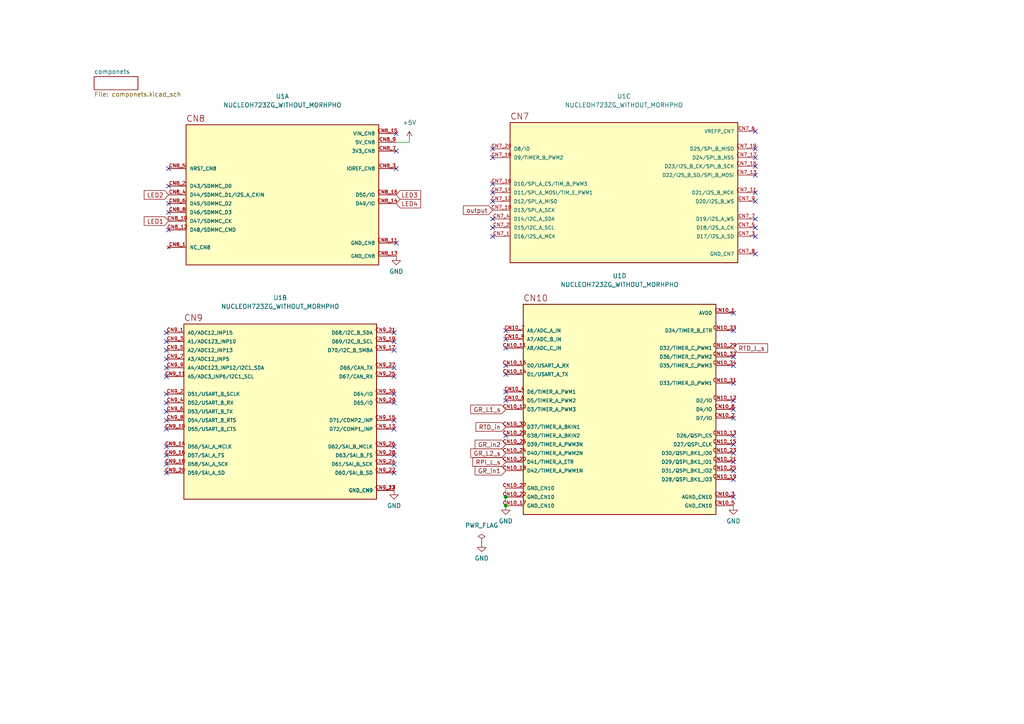
<source format=kicad_sch>
(kicad_sch (version 20230121) (generator eeschema)
  (paper "A4")
  (title_block (title "frontbox nucleo ex") (date "2023-08-13") (rev "1") (company "NTURacing") (comment 1 "legacy from easyEDA"))
  (lib_symbols
    (symbol "nturt_kicad_lib:NUCLEOH723ZG_WITHOUT_MORHPHO" (pin_names (offset 1.016))
      (property "Reference" "U" (at -8.89 36.83 0))
      (property "Value" "NUCLEOH723ZG_WITHOUT_MORHPHO" (at -15.24 -29.21 0))
      (symbol "NUCLEOH723ZG_WITHOUT_MORHPHO_1_0"
        (unit_name "CN8")
        (rectangle (start -27.94 -20.32) (end 27.94 20.32) (stroke (width 0.254)) (fill (type background)))
        (text "CN8" (at -27.94 21.082 0) (effects (font (size 1.778 1.778)) (justify left bottom)))
        (pin no_connect line (at -33.02 -15.24 0) (length 5.08) (name "NC_CN8") (number "CN8_1"))
        (pin bidirectional line (at -33.02 -7.62 0) (length 5.08) (name "D47/SDMMC_CK") (number "CN8_10"))
        (pin power_in line (at 33.02 -13.97 180) (length 5.08) (name "GND_CN8") (number "CN8_11"))
        (pin bidirectional line (at -33.02 -10.16 0) (length 5.08) (name "D48/SDMMC_CMD") (number "CN8_12"))
        (pin power_in line (at 33.02 -17.78 180) (length 5.08) (name "GND_CN8") (number "CN8_13"))
        (pin bidirectional line (at 33.02 -2.54 180) (length 5.08) (name "D49/IO") (number "CN8_14"))
        (pin power_in line (at 33.02 17.78 180) (length 5.08) (name "VIN_CN8") (number "CN8_15"))
        (pin bidirectional line (at 33.02 0 180) (length 5.08) (name "D50/IO") (number "CN8_16"))
        (pin bidirectional line (at -33.02 2.54 0) (length 5.08) (name "D43/SDMMC_D0") (number "CN8_2"))
        (pin bidirectional line (at 33.02 7.62 180) (length 5.08) (name "IOREF_CN8") (number "CN8_3"))
        (pin bidirectional line (at -33.02 0 0) (length 5.08) (name "D44/SDMMC_D1/I2S_A_CKIN") (number "CN8_4"))
        (pin input line (at -33.02 7.62 0) (length 5.08) (name "NRST_CN8") (number "CN8_5"))
        (pin bidirectional line (at -33.02 -2.54 0) (length 5.08) (name "D45/SDMMC_D2") (number "CN8_6"))
        (pin power_in line (at 33.02 12.7 180) (length 5.08) (name "3V3_CN8") (number "CN8_7"))
        (pin bidirectional line (at -33.02 -5.08 0) (length 5.08) (name "D46/SDMMC_D3") (number "CN8_8"))
        (pin power_in line (at 33.02 15.24 180) (length 5.08) (name "5V_CN8") (number "CN8_9"))
      )
      (symbol "NUCLEOH723ZG_WITHOUT_MORHPHO_2_0"
        (unit_name "CN9")
        (rectangle (start -27.94 -25.4) (end 27.94 25.4) (stroke (width 0.254)) (fill (type background)))
        (text "CN9" (at -27.94 26.162 0) (effects (font (size 1.778 1.778)) (justify left bottom)))
        (pin input line (at -33.02 22.86 0) (length 5.08) (name "A0/ADC12_INP15") (number "CN9_1"))
        (pin bidirectional line (at -33.02 -5.08 0) (length 5.08) (name "D55/USART_B_CTS") (number "CN9_10"))
        (pin input line (at -33.02 10.16 0) (length 5.08) (name "A5/ADC3_INP6/I2C1_SCL") (number "CN9_11"))
        (pin power_in line (at 33.02 -22.86 180) (length 5.08) (name "GND_CN9") (number "CN9_12"))
        (pin bidirectional line (at 33.02 -5.08 180) (length 5.08) (name "D72/COMP1_INP") (number "CN9_13"))
        (pin bidirectional line (at -33.02 -10.16 0) (length 5.08) (name "D56/SAI_A_MCLK") (number "CN9_14"))
        (pin bidirectional line (at 33.02 -2.54 180) (length 5.08) (name "D71/COMP2_INP") (number "CN9_15"))
        (pin bidirectional line (at -33.02 -12.7 0) (length 5.08) (name "D57/SAI_A_FS") (number "CN9_16"))
        (pin bidirectional line (at 33.02 17.78 180) (length 5.08) (name "D70/I2C_B_SMBA") (number "CN9_17"))
        (pin bidirectional line (at -33.02 -15.24 0) (length 5.08) (name "D58/SAI_A_SCK") (number "CN9_18"))
        (pin bidirectional line (at 33.02 20.32 180) (length 5.08) (name "D69/I2C_B_SCL") (number "CN9_19"))
        (pin bidirectional line (at -33.02 5.08 0) (length 5.08) (name "D51/USART_B_SCLK") (number "CN9_2"))
        (pin bidirectional line (at -33.02 -17.78 0) (length 5.08) (name "D59/SAI_A_SD") (number "CN9_20"))
        (pin bidirectional line (at 33.02 22.86 180) (length 5.08) (name "D68/I2C_B_SDA") (number "CN9_21"))
        (pin bidirectional line (at 33.02 -17.78 180) (length 5.08) (name "D60/SAI_B_SD") (number "CN9_22"))
        (pin power_in line (at 33.02 -22.86 180) (length 5.08) (name "GND_CN9") (number "CN9_23"))
        (pin bidirectional line (at 33.02 -15.24 180) (length 5.08) (name "D61/SAI_B_SCK") (number "CN9_24"))
        (pin input line (at 33.02 10.16 180) (length 5.08) (name "D67/CAN_RX") (number "CN9_25"))
        (pin bidirectional line (at 33.02 -10.16 180) (length 5.08) (name "D62/SAI_B_MCLK") (number "CN9_26"))
        (pin output line (at 33.02 12.7 180) (length 5.08) (name "D66/CAN_TX") (number "CN9_27"))
        (pin bidirectional line (at 33.02 -12.7 180) (length 5.08) (name "D63/SAI_B_FS") (number "CN9_28"))
        (pin bidirectional line (at 33.02 2.54 180) (length 5.08) (name "D65/IO") (number "CN9_29"))
        (pin input line (at -33.02 20.32 0) (length 5.08) (name "A1/ADC123_INP10") (number "CN9_3"))
        (pin bidirectional line (at 33.02 5.08 180) (length 5.08) (name "D64/IO") (number "CN9_30"))
        (pin bidirectional line (at -33.02 2.54 0) (length 5.08) (name "D52/USART_B_RX") (number "CN9_4"))
        (pin input line (at -33.02 17.78 0) (length 5.08) (name "A2/ADC12_INP13") (number "CN9_5"))
        (pin bidirectional line (at -33.02 0 0) (length 5.08) (name "D53/USART_B_TX") (number "CN9_6"))
        (pin input line (at -33.02 15.24 0) (length 5.08) (name "A3/ADC12_INP5") (number "CN9_7"))
        (pin bidirectional line (at -33.02 -2.54 0) (length 5.08) (name "D54/USART_B_RTS") (number "CN9_8"))
        (pin input line (at -33.02 12.7 0) (length 5.08) (name "A4/ADC123_INP12/I2C1_SDA") (number "CN9_9"))
      )
      (symbol "NUCLEOH723ZG_WITHOUT_MORHPHO_3_0"
        (unit_name "CN7")
        (rectangle (start -33.02 -20.32) (end 33.02 20.32) (stroke (width 0.254)) (fill (type background)))
        (text "CN7" (at -33.02 21.082 0) (effects (font (size 1.778 1.778)) (justify left bottom)))
        (pin bidirectional line (at -38.1 -12.7 0) (length 5.08) (name "D16/I2S_A_MCK") (number "CN7_1"))
        (pin bidirectional line (at -38.1 -5.08 0) (length 5.08) (name "D13/SPI_A_SCK") (number "CN7_10"))
        (pin bidirectional line (at 38.1 0 180) (length 5.08) (name "D21/I2S_B_MCK") (number "CN7_11"))
        (pin bidirectional line (at -38.1 -2.54 0) (length 5.08) (name "D12/SPI_A_MISO") (number "CN7_12"))
        (pin bidirectional line (at 38.1 5.08 180) (length 5.08) (name "D22/I2S_B_SD/SPI_B_MOSI") (number "CN7_13"))
        (pin bidirectional line (at -38.1 0 0) (length 5.08) (name "D11/SPI_A_MOSI/TIM_E_PWM1") (number "CN7_14"))
        (pin bidirectional line (at 38.1 7.62 180) (length 5.08) (name "D23/I2S_B_CK/SPI_B_SCK") (number "CN7_15"))
        (pin bidirectional line (at -38.1 2.54 0) (length 5.08) (name "D10/SPI_A_CS/TIM_B_PWM3") (number "CN7_16"))
        (pin bidirectional line (at 38.1 10.16 180) (length 5.08) (name "D24/SPI_B_NSS") (number "CN7_17"))
        (pin bidirectional line (at -38.1 10.16 0) (length 5.08) (name "D9/TIMER_B_PWM2") (number "CN7_18"))
        (pin bidirectional line (at 38.1 12.7 180) (length 5.08) (name "D25/SPI_B_MISO") (number "CN7_19"))
        (pin bidirectional line (at -38.1 -10.16 0) (length 5.08) (name "D15/I2C_A_SCL") (number "CN7_2"))
        (pin bidirectional line (at -38.1 12.7 0) (length 5.08) (name "D8/IO") (number "CN7_20"))
        (pin bidirectional line (at 38.1 -12.7 180) (length 5.08) (name "D17/I2S_A_SD") (number "CN7_3"))
        (pin bidirectional line (at -38.1 -7.62 0) (length 5.08) (name "D14/I2C_A_SDA") (number "CN7_4"))
        (pin bidirectional line (at 38.1 -10.16 180) (length 5.08) (name "D18/I2S_A_CK") (number "CN7_5"))
        (pin power_in line (at 38.1 17.78 180) (length 5.08) (name "VREFP_CN7") (number "CN7_6"))
        (pin bidirectional line (at 38.1 -7.62 180) (length 5.08) (name "D19/I2S_A_WS") (number "CN7_7"))
        (pin power_in line (at 38.1 -17.78 180) (length 5.08) (name "GND_CN7") (number "CN7_8"))
        (pin bidirectional line (at 38.1 -2.54 180) (length 5.08) (name "D20/I2S_B_WS") (number "CN7_9"))
      )
      (symbol "NUCLEOH723ZG_WITHOUT_MORHPHO_4_0"
        (unit_name "CN10")
        (rectangle (start -27.94 -30.48) (end 27.94 30.48) (stroke (width 0.254)) (fill (type background)))
        (text "CN10" (at -27.94 31.242 0) (effects (font (size 1.778 1.778)) (justify left bottom)))
        (pin power_in line (at 33.02 27.94 180) (length 5.08) (name "AVDD") (number "CN10_1"))
        (pin bidirectional line (at -33.02 0 0) (length 5.08) (name "D3/TIMER_A_PWM3") (number "CN10_10"))
        (pin input line (at -33.02 17.78 0) (length 5.08) (name "A8/ADC_C_IN") (number "CN10_11"))
        (pin bidirectional line (at 33.02 2.54 180) (length 5.08) (name "D2/IO") (number "CN10_12"))
        (pin bidirectional line (at 33.02 -7.62 180) (length 5.08) (name "D26/QSPI_CS") (number "CN10_13"))
        (pin output line (at -33.02 10.16 0) (length 5.08) (name "D1/USART_A_TX") (number "CN10_14"))
        (pin bidirectional line (at 33.02 -10.16 180) (length 5.08) (name "D27/QSPI_CLK") (number "CN10_15"))
        (pin input line (at -33.02 12.7 0) (length 5.08) (name "D0/USART_A_RX") (number "CN10_16"))
        (pin power_in line (at -33.02 -27.94 0) (length 5.08) (name "GND_CN10") (number "CN10_17"))
        (pin bidirectional line (at -33.02 -17.78 0) (length 5.08) (name "D42/TIMER_A_PWM1N") (number "CN10_18"))
        (pin bidirectional line (at 33.02 -20.32 180) (length 5.08) (name "D28/QSPI_BK1_IO3") (number "CN10_19"))
        (pin bidirectional line (at 33.02 -2.54 180) (length 5.08) (name "D7/IO") (number "CN10_2"))
        (pin bidirectional line (at -33.02 -15.24 0) (length 5.08) (name "D41/TIMER_A_ETR") (number "CN10_20"))
        (pin bidirectional line (at 33.02 -15.24 180) (length 5.08) (name "D29/QSPI_BK1_IO1") (number "CN10_21"))
        (pin power_in line (at -33.02 -25.4 0) (length 5.08) (name "GND_CN10") (number "CN10_22"))
        (pin bidirectional line (at 33.02 -12.7 180) (length 5.08) (name "D30/QSPI_BK1_IO0") (number "CN10_23"))
        (pin bidirectional line (at -33.02 -12.7 0) (length 5.08) (name "D40/TIMER_A_PWM2N") (number "CN10_24"))
        (pin bidirectional line (at 33.02 -17.78 180) (length 5.08) (name "D31/QSPI_BK1_IO2") (number "CN10_25"))
        (pin bidirectional line (at -33.02 -10.16 0) (length 5.08) (name "D39/TIMER_A_PWM3N") (number "CN10_26"))
        (pin power_in line (at -33.02 -22.86 0) (length 5.08) (name "GND_CN10") (number "CN10_27"))
        (pin bidirectional line (at -33.02 -7.62 0) (length 5.08) (name "D38/TIMER_A_BKIN2") (number "CN10_28"))
        (pin bidirectional line (at 33.02 17.78 180) (length 5.08) (name "D32/TIMER_C_PWM1") (number "CN10_29"))
        (pin power_in line (at 33.02 -25.4 180) (length 5.08) (name "AGND_CN10") (number "CN10_3"))
        (pin bidirectional line (at -33.02 -5.08 0) (length 5.08) (name "D37/TIMER_A_BKIN1") (number "CN10_30"))
        (pin bidirectional line (at 33.02 7.62 180) (length 5.08) (name "D33/TIMER_D_PWM1") (number "CN10_31"))
        (pin bidirectional line (at 33.02 15.24 180) (length 5.08) (name "D36/TIMER_C_PWM2") (number "CN10_32"))
        (pin bidirectional line (at 33.02 22.86 180) (length 5.08) (name "D34/TIMER_B_ETR") (number "CN10_33"))
        (pin bidirectional line (at 33.02 12.7 180) (length 5.08) (name "D35/TIMER_C_PWM3") (number "CN10_34"))
        (pin bidirectional line (at -33.02 5.08 0) (length 5.08) (name "D6/TIMER_A_PWM1") (number "CN10_4"))
        (pin power_in line (at 33.02 -27.94 180) (length 5.08) (name "GND_CN10") (number "CN10_5"))
        (pin bidirectional line (at -33.02 2.54 0) (length 5.08) (name "D5/TIMER_A_PWM2") (number "CN10_6"))
        (pin input line (at -33.02 22.86 0) (length 5.08) (name "A6/ADC_A_IN") (number "CN10_7"))
        (pin bidirectional line (at 33.02 0 180) (length 5.08) (name "D4/IO") (number "CN10_8"))
        (pin input line (at -33.02 20.32 0) (length 5.08) (name "A7/ADC_B_IN") (number "CN10_9"))
      )
    )
    (symbol "power:+5V" (power) (pin_names (offset 0))
      (property "Value" "+5V" (at 0 3.556 0))
      (symbol "+5V_0_1"
        (polyline (pts (xy -0.762 1.27) (xy 0 2.54)))
        (polyline (pts (xy 0 0) (xy 0 2.54)))
        (polyline (pts (xy 0 2.54) (xy 0.762 1.27)))
      )
      (symbol "+5V_1_1"
        (pin power_in line (at 0 0 90) (length 0) hide (name "+5V") (number "1"))
      )
    )
    (symbol "power:GND" (power) (pin_names (offset 0))
      (property "Value" "GND" (at 0 -3.81 0))
      (symbol "GND_0_1"
        (polyline (pts (xy 0 0) (xy 0 -1.27) (xy 1.27 -1.27) (xy 0 -2.54) (xy -1.27 -1.27) (xy 0 -1.27)))
      )
      (symbol "GND_1_1"
        (pin power_in line (at 0 0 270) (length 0) hide (name "GND") (number "1"))
      )
    )
    (symbol "power:PWR_FLAG" (power) (pin_numbers hide) (pin_names (offset 0) hide)
      (property "Value" "PWR_FLAG" (at 0 3.81 0))
      (symbol "PWR_FLAG_0_0"
        (pin power_out line (at 0 0 90) (length 0) (name "pwr") (number "1"))
      )
      (symbol "PWR_FLAG_0_1"
        (polyline (pts (xy 0 0) (xy 0 1.27) (xy -1.016 1.905) (xy 0 2.54) (xy 1.016 1.905) (xy 0 1.27)))
      )
    )
  )
  (junction (at 146.685 144.145))
  (junction (at 146.685 146.685))
  (no_connect (at 212.725 90.805))
  (no_connect (at 219.075 66.04))
  (no_connect (at 114.3 116.84))
  (no_connect (at 142.875 43.18))
  (no_connect (at 212.725 136.525))
  (no_connect (at 146.685 108.585))
  (no_connect (at 48.895 53.975))
  (no_connect (at 48.26 129.54))
  (no_connect (at 219.075 63.5))
  (no_connect (at 48.26 101.6))
  (no_connect (at 219.075 45.72))
  (no_connect (at 142.875 66.04))
  (no_connect (at 146.685 100.965))
  (no_connect (at 219.075 58.42))
  (no_connect (at 219.075 43.18))
  (no_connect (at 114.3 137.16))
  (no_connect (at 212.725 116.205))
  (no_connect (at 212.725 121.285))
  (no_connect (at 146.685 95.885))
  (no_connect (at 219.075 38.1))
  (no_connect (at 48.26 104.14))
  (no_connect (at 212.725 106.045))
  (no_connect (at 114.935 38.735))
  (no_connect (at 114.3 132.08))
  (no_connect (at 219.075 55.88))
  (no_connect (at 114.3 99.06))
  (no_connect (at 212.725 128.905))
  (no_connect (at 142.875 45.72))
  (no_connect (at 212.725 95.885))
  (no_connect (at 114.935 70.485))
  (no_connect (at 114.3 129.54))
  (no_connect (at 212.725 144.145))
  (no_connect (at 48.895 59.055))
  (no_connect (at 48.26 96.52))
  (no_connect (at 114.3 134.62))
  (no_connect (at 114.3 101.6))
  (no_connect (at 48.26 119.38))
  (no_connect (at 212.725 126.365))
  (no_connect (at 48.26 116.84))
  (no_connect (at 212.725 131.445))
  (no_connect (at 146.685 113.665))
  (no_connect (at 48.895 66.675))
  (no_connect (at 114.935 43.815))
  (no_connect (at 48.26 134.62))
  (no_connect (at 48.26 114.3))
  (no_connect (at 142.875 68.58))
  (no_connect (at 114.3 114.3))
  (no_connect (at 48.26 137.16))
  (no_connect (at 212.725 103.505))
  (no_connect (at 48.26 124.46))
  (no_connect (at 48.26 106.68))
  (no_connect (at 219.075 68.58))
  (no_connect (at 212.725 133.985))
  (no_connect (at 114.3 106.68))
  (no_connect (at 146.685 106.045))
  (no_connect (at 114.3 109.22))
  (no_connect (at 146.685 126.365))
  (no_connect (at 212.725 111.125))
  (no_connect (at 114.3 96.52))
  (no_connect (at 48.26 121.92))
  (no_connect (at 48.26 99.06))
  (no_connect (at 146.685 98.425))
  (no_connect (at 219.075 73.66))
  (no_connect (at 142.875 55.88))
  (no_connect (at 219.075 50.8))
  (no_connect (at 114.3 121.92))
  (no_connect (at 142.875 63.5))
  (no_connect (at 48.26 109.22))
  (no_connect (at 48.895 61.595))
  (no_connect (at 142.875 53.34))
  (no_connect (at 114.935 48.895))
  (no_connect (at 48.26 132.08))
  (no_connect (at 212.725 139.065))
  (no_connect (at 142.875 58.42))
  (no_connect (at 114.3 124.46))
  (no_connect (at 219.075 48.26))
  (no_connect (at 146.685 116.205))
  (no_connect (at 48.895 48.895))
  (no_connect (at 212.725 118.745))
  (wire (pts (xy 146.685 144.145) (xy 146.685 146.685)))
  (wire (pts (xy 146.685 141.605) (xy 146.685 144.145)))
  (wire (pts (xy 118.745 40.64) (xy 118.745 41.275)))
  (wire (pts (xy 118.745 41.275) (xy 114.935 41.275)))
  (global_label "RPi_L_s" (shape input) (at 146.685 133.985 180) (property "Intersheetrefs" "${INTERSHEET_REFS}" (effects hide)))
  (global_label "LED2" (shape input) (at 48.895 56.515 180) (property "Intersheetrefs" "${INTERSHEET_REFS}" (effects hide)))
  (global_label "LED1" (shape input) (at 48.895 64.135 180) (property "Intersheetrefs" "${INTERSHEET_REFS}" (effects hide)))
  (global_label "GR_in2" (shape input) (at 146.685 128.905 180) (property "Intersheetrefs" "${INTERSHEET_REFS}" (effects hide)))
  (global_label "LED4" (shape input) (at 114.935 59.055 0) (property "Intersheetrefs" "${INTERSHEET_REFS}" (effects hide)))
  (global_label "output" (shape input) (at 142.875 60.96 180) (property "Intersheetrefs" "${INTERSHEET_REFS}" (effects hide)))
  (global_label "GR_L1_s" (shape input) (at 146.685 118.745 180) (property "Intersheetrefs" "${INTERSHEET_REFS}" (effects hide)))
  (global_label "GR_L2_s" (shape input) (at 146.685 131.445 180) (property "Intersheetrefs" "${INTERSHEET_REFS}" (effects hide)))
  (global_label "RTD_in" (shape input) (at 146.685 123.825 180) (property "Intersheetrefs" "${INTERSHEET_REFS}" (effects hide)))
  (global_label "LED3" (shape input) (at 114.935 56.515 0) (property "Intersheetrefs" "${INTERSHEET_REFS}" (effects hide)))
  (global_label "RTD_L_s" (shape input) (at 212.725 100.965 0) (property "Intersheetrefs" "${INTERSHEET_REFS}" (effects hide)))
  (global_label "GR_in1" (shape input) (at 146.685 136.525 180) (property "Intersheetrefs" "${INTERSHEET_REFS}" (effects hide)))
  (symbol (lib_id "power:GND") (at 212.725 146.685 0) (unit 1)
    (property "Reference" "#PWR05" (effects hide))
    (property "Value" "GND" (at 212.725 151.13 0))
  )
  (symbol (lib_id "nturt_kicad_lib:NUCLEOH723ZG_WITHOUT_MORHPHO") (at 179.705 118.745 0) (unit 4)
    (property "Reference" "U1" (at 179.705 80.01 0))
    (property "Value" "NUCLEOH723ZG_WITHOUT_MORHPHO" (at 179.705 82.55 0))
    (property "Footprint" "nturt_kicad_lib:MODULE_NUCLEOH723ZG_WITHOUT_MORHPHO" (effects hide))
    (property "PARTREV" "2" (effects hide))
    (property "STANDARD" "Manufacturer Recommendations" (effects hide))
    (property "MANUFACTURER" "STMicroelectronics" (effects hide))
    (property "MAXIMUM_PACKAGE_HEIGHT" "18.57 mm" (effects hide))
    (property "SNAPEDA_PN" "NUCLEOH723ZG" (effects hide))
  )
  (symbol (lib_id "power:GND") (at 114.935 74.295 0) (unit 1)
    (property "Reference" "#PWR01" (effects hide))
    (property "Value" "GND" (at 114.935 78.74 0))
  )
  (symbol (lib_id "power:GND") (at 139.7 157.48 0) (unit 1)
    (property "Reference" "#PWR024" (effects hide))
    (property "Value" "GND" (at 139.7 161.925 0))
  )
  (symbol (lib_id "nturt_kicad_lib:NUCLEOH723ZG_WITHOUT_MORHPHO") (at 81.28 119.38 0) (unit 2)
    (property "Reference" "U1" (at 81.28 86.36 0))
    (property "Value" "NUCLEOH723ZG_WITHOUT_MORHPHO" (at 81.28 88.9 0))
    (property "Footprint" "nturt_kicad_lib:MODULE_NUCLEOH723ZG_WITHOUT_MORHPHO" (effects hide))
    (property "PARTREV" "2" (effects hide))
    (property "STANDARD" "Manufacturer Recommendations" (effects hide))
    (property "MANUFACTURER" "STMicroelectronics" (effects hide))
    (property "MAXIMUM_PACKAGE_HEIGHT" "18.57 mm" (effects hide))
    (property "SNAPEDA_PN" "NUCLEOH723ZG" (effects hide))
  )
  (symbol (lib_id "power:GND") (at 146.685 146.685 0) (unit 1)
    (property "Reference" "#PWR04" (effects hide))
    (property "Value" "GND" (at 146.685 151.13 0))
  )
  (symbol (lib_id "power:GND") (at 114.3 142.24 0) (unit 1)
    (property "Reference" "#PWR03" (effects hide))
    (property "Value" "GND" (at 114.3 146.685 0))
  )
  (symbol (lib_id "nturt_kicad_lib:NUCLEOH723ZG_WITHOUT_MORHPHO") (at 180.975 55.88 0) (unit 3)
    (property "Reference" "U1" (at 180.975 27.94 0))
    (property "Value" "NUCLEOH723ZG_WITHOUT_MORHPHO" (at 180.975 30.48 0))
    (property "Footprint" "nturt_kicad_lib:MODULE_NUCLEOH723ZG_WITHOUT_MORHPHO" (effects hide))
    (property "PARTREV" "2" (effects hide))
    (property "STANDARD" "Manufacturer Recommendations" (effects hide))
    (property "MANUFACTURER" "STMicroelectronics" (effects hide))
    (property "MAXIMUM_PACKAGE_HEIGHT" "18.57 mm" (effects hide))
    (property "SNAPEDA_PN" "NUCLEOH723ZG" (effects hide))
  )
  (symbol (lib_id "nturt_kicad_lib:NUCLEOH723ZG_WITHOUT_MORHPHO") (at 81.915 56.515 0) (unit 1)
    (property "Reference" "U1" (at 81.915 27.94 0))
    (property "Value" "NUCLEOH723ZG_WITHOUT_MORHPHO" (at 81.915 30.48 0))
    (property "Footprint" "nturt_kicad_lib:MODULE_NUCLEOH723ZG_WITHOUT_MORHPHO" (effects hide))
    (property "PARTREV" "2" (effects hide))
    (property "STANDARD" "Manufacturer Recommendations" (effects hide))
    (property "MANUFACTURER" "STMicroelectronics" (effects hide))
    (property "MAXIMUM_PACKAGE_HEIGHT" "18.57 mm" (effects hide))
    (property "SNAPEDA_PN" "NUCLEOH723ZG" (effects hide))
  )
  (symbol (lib_id "power:+5V") (at 118.745 40.64 0) (unit 1)
    (property "Reference" "#PWR02" (effects hide))
    (property "Value" "+5V" (at 118.745 35.56 0))
  )
  (symbol (lib_id "power:PWR_FLAG") (at 139.7 157.48 0) (unit 1)
    (property "Reference" "#FLG01" (effects hide))
    (property "Value" "PWR_FLAG" (at 139.7 152.4 0))
  )
  (sheet (at 27.305 22.225) (size 12.7 3.81) (stroke (width 0.1524))
    (property "Sheetname" "componets" (at 27.305 21.5134 0) (effects (justify left bottom)))
    (property "Sheetfile" "componets.kicad_sch" (at 27.305 26.6196 0) (effects (justify left top)))
  )
)
</source>
